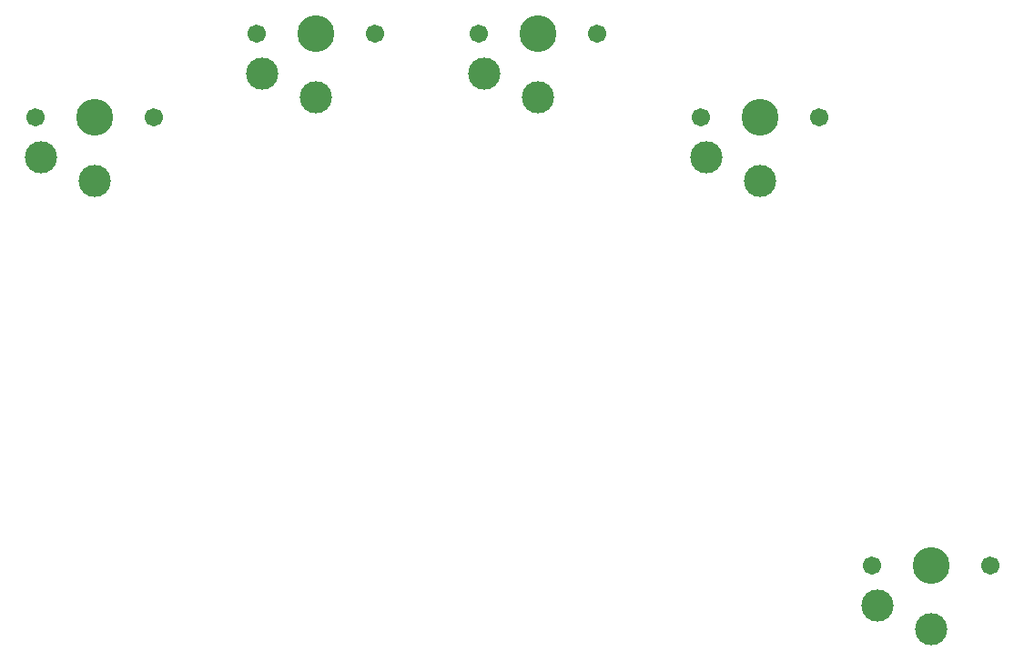
<source format=gbr>
%TF.GenerationSoftware,KiCad,Pcbnew,9.0.0*%
%TF.CreationDate,2025-05-22T09:46:44-07:00*%
%TF.ProjectId,cinco-cinco,63696e63-6f2d-4636-996e-636f2e6b6963,rev?*%
%TF.SameCoordinates,Original*%
%TF.FileFunction,Soldermask,Top*%
%TF.FilePolarity,Negative*%
%FSLAX46Y46*%
G04 Gerber Fmt 4.6, Leading zero omitted, Abs format (unit mm)*
G04 Created by KiCad (PCBNEW 9.0.0) date 2025-05-22 09:46:44*
%MOMM*%
%LPD*%
G01*
G04 APERTURE LIST*
%ADD10C,1.701800*%
%ADD11C,3.000000*%
%ADD12C,3.429000*%
G04 APERTURE END LIST*
D10*
%TO.C,SW1*%
X206045000Y-78000000D03*
D11*
X206545000Y-81750000D03*
D12*
X211545000Y-78000000D03*
D11*
X211545000Y-83950000D03*
D10*
X217045000Y-78000000D03*
%TD*%
%TO.C,SW2*%
X185370000Y-78000000D03*
D11*
X185870000Y-81750000D03*
D12*
X190870000Y-78000000D03*
D11*
X190870000Y-83950000D03*
D10*
X196370000Y-78000000D03*
%TD*%
%TO.C,SW5*%
X242670000Y-127500000D03*
D11*
X243170000Y-131250000D03*
D12*
X248170000Y-127500000D03*
D11*
X248170000Y-133450000D03*
D10*
X253670000Y-127500000D03*
%TD*%
%TO.C,SW3*%
X164790000Y-85800000D03*
D11*
X165290000Y-89550000D03*
D12*
X170290000Y-85800000D03*
D11*
X170290000Y-91750000D03*
D10*
X175790000Y-85800000D03*
%TD*%
%TO.C,SW4*%
X226750000Y-85800000D03*
D11*
X227250000Y-89550000D03*
D12*
X232250000Y-85800000D03*
D11*
X232250000Y-91750000D03*
D10*
X237750000Y-85800000D03*
%TD*%
M02*

</source>
